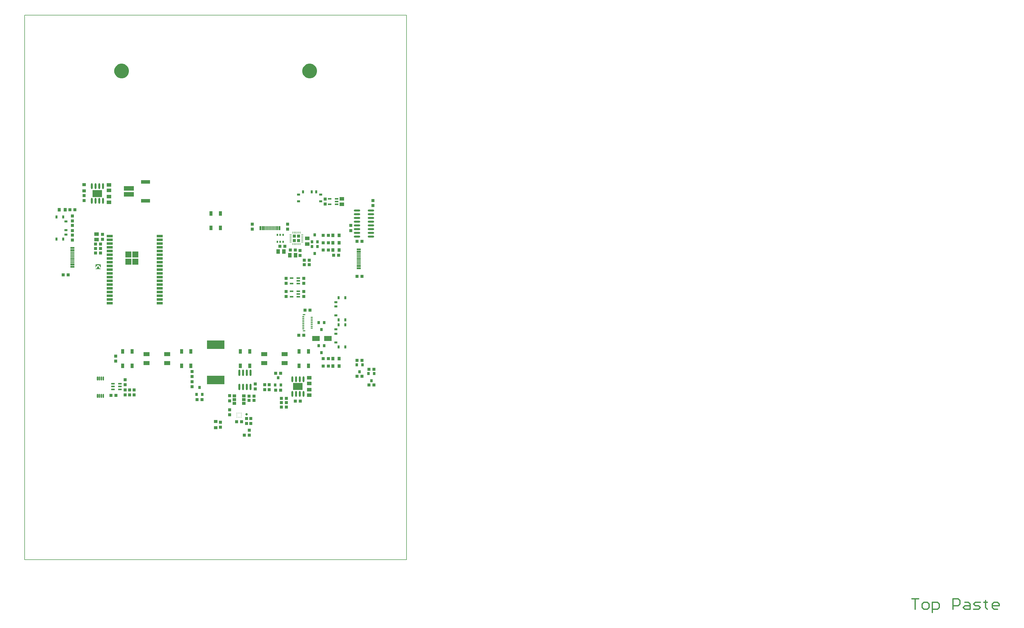
<source format=gtp>
G04*
G04 #@! TF.GenerationSoftware,Altium Limited,Altium Designer,20.0.13 (296)*
G04*
G04 Layer_Color=8421504*
%FSLAX25Y25*%
%MOIN*%
G70*
G01*
G75*
%ADD10C,0.01575*%
%ADD11R,0.03937X0.03937*%
%ADD12R,0.03937X0.03937*%
%ADD13R,0.07874X0.07874*%
%ADD14C,0.00591*%
%ADD15R,0.02559X0.01181*%
%ADD16R,0.03150X0.01181*%
%ADD17R,0.03740X0.01575*%
%ADD18R,0.03347X0.03937*%
%ADD19R,0.03347X0.03937*%
%ADD20R,0.03937X0.05906*%
%ADD21R,0.03937X0.03150*%
%ADD22R,0.02756X0.04331*%
%ADD23R,0.03937X0.04331*%
%ADD24R,0.04528X0.02362*%
%ADD25R,0.05906X0.05118*%
%ADD26O,0.08661X0.02362*%
%ADD27R,0.04331X0.03937*%
%ADD28R,0.05709X0.01181*%
%ADD29R,0.07874X0.05512*%
%ADD30O,0.01772X0.05512*%
%ADD31R,0.05118X0.03937*%
%ADD32R,0.23622X0.11811*%
%ADD33R,0.05000X0.03937*%
%ADD34R,0.00984X0.01083*%
%ADD35R,0.01083X0.00984*%
%ADD36R,0.03937X0.05118*%
%ADD37R,0.03150X0.03937*%
%ADD38R,0.04331X0.02756*%
%ADD39R,0.10236X0.06693*%
%ADD40R,0.05118X0.05906*%
%ADD41R,0.02165X0.03150*%
%ADD42O,0.02953X0.00984*%
%ADD43O,0.00984X0.02953*%
%ADD44R,0.01181X0.05709*%
%ADD45C,0.01968*%
%ADD46R,0.03937X0.01575*%
%ADD47R,0.07874X0.03543*%
%ADD48R,0.13386X0.05906*%
%ADD49R,0.12205X0.04724*%
%ADD50O,0.02362X0.07874*%
%ADD51R,0.12992X0.09488*%
%ADD52C,0.03150*%
%ADD53O,0.02362X0.08661*%
G36*
X128855Y548834D02*
X130647Y548092D01*
X132258Y547015D01*
X133630Y545644D01*
X134707Y544032D01*
X135449Y542241D01*
X135827Y540340D01*
Y539370D01*
Y538401D01*
X135449Y536499D01*
X134707Y534708D01*
X133630Y533096D01*
X132258Y531725D01*
X130647Y530648D01*
X128855Y529906D01*
X126954Y529528D01*
X125015D01*
X123113Y529906D01*
X121322Y530648D01*
X119710Y531725D01*
X118339Y533096D01*
X117262Y534708D01*
X116520Y536499D01*
X116142Y538401D01*
Y539370D01*
Y540340D01*
X116520Y542241D01*
X117262Y544032D01*
X118339Y545644D01*
X119710Y547015D01*
X121322Y548092D01*
X123113Y548834D01*
X125015Y549213D01*
X126954D01*
X128855Y548834D01*
D02*
G37*
G36*
X-123113D02*
X-121322Y548092D01*
X-119710Y547015D01*
X-118339Y545644D01*
X-117262Y544032D01*
X-116520Y542241D01*
X-116142Y540340D01*
Y539370D01*
Y538401D01*
X-116520Y536499D01*
X-117262Y534708D01*
X-118339Y533096D01*
X-119710Y531725D01*
X-121322Y530648D01*
X-123113Y529906D01*
X-125015Y529528D01*
X-126954D01*
X-128855Y529906D01*
X-130646Y530648D01*
X-132258Y531725D01*
X-133629Y533096D01*
X-134706Y534708D01*
X-135449Y536499D01*
X-135827Y538401D01*
Y539370D01*
Y540340D01*
X-135449Y542241D01*
X-134706Y544032D01*
X-133629Y545644D01*
X-132258Y547015D01*
X-130646Y548092D01*
X-128855Y548834D01*
X-126954Y549213D01*
X-125015D01*
X-123113Y548834D01*
D02*
G37*
G36*
X-153938Y278346D02*
X-153938Y275745D01*
X-154121Y275799D01*
X-154443Y276020D01*
X-154681Y276328D01*
X-154738Y276488D01*
X-154824Y276882D01*
X-154825Y276884D01*
X-154825Y276886D01*
X-154832Y276908D01*
X-154839Y276932D01*
X-154839Y276933D01*
X-154840Y276935D01*
X-154850Y276957D01*
X-154859Y276979D01*
X-154860Y276980D01*
X-154861Y276982D01*
X-155261Y277739D01*
X-155271Y277756D01*
X-155281Y277773D01*
X-155285Y277778D01*
X-155288Y277783D01*
X-155300Y277798D01*
X-155312Y277814D01*
X-155316Y277818D01*
X-155320Y277823D01*
X-155335Y277837D01*
X-155349Y277851D01*
X-155990Y278417D01*
X-156006Y278429D01*
X-156021Y278442D01*
X-156026Y278445D01*
X-156031Y278449D01*
X-156048Y278459D01*
X-156065Y278469D01*
X-156070Y278472D01*
X-156076Y278475D01*
X-156094Y278483D01*
X-156112Y278491D01*
X-156913Y278794D01*
X-156931Y278799D01*
X-156950Y278806D01*
X-156956Y278807D01*
X-156962Y278809D01*
X-156981Y278812D01*
X-157001Y278816D01*
X-157007Y278816D01*
X-157013Y278817D01*
X-157033Y278818D01*
X-157052Y278819D01*
X-157908Y278819D01*
X-157928Y278818D01*
X-157948Y278817D01*
X-157954Y278816D01*
X-157960Y278816D01*
X-157979Y278812D01*
X-157999Y278809D01*
X-158004Y278807D01*
X-158010Y278806D01*
X-158029Y278799D01*
X-158048Y278794D01*
X-158849Y278491D01*
X-158866Y278483D01*
X-158885Y278475D01*
X-158890Y278472D01*
X-158896Y278469D01*
X-158912Y278459D01*
X-158929Y278449D01*
X-158934Y278445D01*
X-158940Y278442D01*
X-158955Y278429D01*
X-158970Y278417D01*
X-159612Y277851D01*
X-159626Y277837D01*
X-159640Y277823D01*
X-159644Y277818D01*
X-159648Y277814D01*
X-159660Y277799D01*
X-159673Y277783D01*
X-159676Y277778D01*
X-159680Y277773D01*
X-159690Y277756D01*
X-159700Y277739D01*
X-160100Y276982D01*
X-160100Y276980D01*
X-160101Y276979D01*
X-160111Y276957D01*
X-160121Y276935D01*
X-160121Y276933D01*
X-160122Y276932D01*
X-160129Y276908D01*
X-160135Y276886D01*
X-160136Y276884D01*
X-160136Y276882D01*
X-160222Y276488D01*
X-160280Y276328D01*
X-160518Y276020D01*
X-160840Y275800D01*
X-161023Y275745D01*
X-161023Y278346D01*
Y279920D01*
X-153938D01*
Y278346D01*
D02*
G37*
G36*
X-157190Y277311D02*
X-156665Y277063D01*
X-156297Y276614D01*
X-156157Y276051D01*
X-156214Y275766D01*
X-156215Y275757D01*
X-156217Y275747D01*
X-156219Y275731D01*
X-156221Y275715D01*
X-156221Y275705D01*
X-156221Y275695D01*
X-156221Y275679D01*
X-156221Y275664D01*
X-156219Y275654D01*
X-156219Y275644D01*
X-156216Y275628D01*
X-156214Y275612D01*
X-156211Y275603D01*
X-156210Y275593D01*
X-156205Y275578D01*
X-156201Y275563D01*
X-156197Y275553D01*
X-156194Y275544D01*
X-156187Y275530D01*
X-156181Y275515D01*
X-156176Y275506D01*
X-156172Y275497D01*
X-156001Y275190D01*
X-155988Y275170D01*
X-155975Y275149D01*
X-155974Y275148D01*
X-155973Y275147D01*
X-155957Y275128D01*
X-155942Y275110D01*
X-155458Y274603D01*
X-155447Y274592D01*
X-155437Y274581D01*
X-155428Y274575D01*
X-155420Y274568D01*
X-155408Y274559D01*
X-155396Y274549D01*
X-155387Y274544D01*
X-155378Y274538D01*
X-155365Y274531D01*
X-155352Y274523D01*
X-154727Y274205D01*
X-154713Y274200D01*
X-154700Y274193D01*
X-154690Y274189D01*
X-154680Y274185D01*
X-154665Y274181D01*
X-154651Y274176D01*
X-154640Y274174D01*
X-154630Y274171D01*
X-154615Y274169D01*
X-154600Y274166D01*
X-153906Y274074D01*
X-153900Y274074D01*
X-153900Y273623D01*
X-161023D01*
Y274077D01*
X-161018Y274077D01*
X-160333Y274173D01*
X-160319Y274176D01*
X-160303Y274178D01*
X-160293Y274181D01*
X-160283Y274183D01*
X-160268Y274188D01*
X-160254Y274192D01*
X-160244Y274197D01*
X-160234Y274200D01*
X-160221Y274207D01*
X-160207Y274213D01*
X-159593Y274531D01*
X-159580Y274538D01*
X-159566Y274546D01*
X-159557Y274552D01*
X-159548Y274557D01*
X-159537Y274567D01*
X-159524Y274575D01*
X-159516Y274583D01*
X-159508Y274589D01*
X-159497Y274600D01*
X-159486Y274611D01*
X-159013Y275114D01*
X-158998Y275133D01*
X-158982Y275152D01*
X-158981Y275153D01*
X-158980Y275154D01*
X-158967Y275175D01*
X-158954Y275195D01*
X-158788Y275500D01*
X-158784Y275506D01*
X-158781Y275513D01*
X-158780Y275514D01*
X-158780Y275515D01*
X-158773Y275531D01*
X-158766Y275547D01*
X-158764Y275553D01*
X-158761Y275560D01*
X-158760Y275561D01*
X-158760Y275563D01*
X-158755Y275580D01*
X-158750Y275596D01*
X-158749Y275603D01*
X-158747Y275610D01*
X-158747Y275611D01*
X-158747Y275612D01*
X-158744Y275630D01*
X-158741Y275646D01*
X-158741Y275654D01*
X-158740Y275661D01*
X-158740Y275662D01*
X-158740Y275664D01*
X-158740Y275681D01*
X-158739Y275698D01*
X-158740Y275705D01*
X-158740Y275713D01*
X-158740Y275714D01*
Y275715D01*
X-158742Y275733D01*
X-158744Y275749D01*
X-158745Y275757D01*
X-158746Y275764D01*
X-158747Y275765D01*
X-158747Y275766D01*
X-158804Y276051D01*
X-158663Y276614D01*
X-158295Y277063D01*
X-157771Y277311D01*
X-157190Y277311D01*
D02*
G37*
D10*
X932685Y-168552D02*
X941868D01*
X937276D01*
Y-182327D01*
X948756D02*
X953347D01*
X955643Y-180031D01*
Y-175439D01*
X953347Y-173144D01*
X948756D01*
X946460Y-175439D01*
Y-180031D01*
X948756Y-182327D01*
X960235Y-186919D02*
Y-173144D01*
X967122D01*
X969418Y-175439D01*
Y-180031D01*
X967122Y-182327D01*
X960235D01*
X987785D02*
Y-168552D01*
X994673D01*
X996968Y-170848D01*
Y-175439D01*
X994673Y-177735D01*
X987785D01*
X1003856Y-173144D02*
X1008448D01*
X1010744Y-175439D01*
Y-182327D01*
X1003856D01*
X1001560Y-180031D01*
X1003856Y-177735D01*
X1010744D01*
X1015335Y-182327D02*
X1022223D01*
X1024519Y-180031D01*
X1022223Y-177735D01*
X1017631D01*
X1015335Y-175439D01*
X1017631Y-173144D01*
X1024519D01*
X1031406Y-170848D02*
Y-173144D01*
X1029110D01*
X1033702D01*
X1031406D01*
Y-180031D01*
X1033702Y-182327D01*
X1047477D02*
X1042885D01*
X1040590Y-180031D01*
Y-175439D01*
X1042885Y-173144D01*
X1047477D01*
X1049773Y-175439D01*
Y-177735D01*
X1040590D01*
D11*
X111220Y312008D02*
D03*
X105315Y317914D02*
D03*
X111220D02*
D03*
D12*
X105315Y312008D02*
D03*
D13*
X-116928Y283698D02*
D03*
X-107480D02*
D03*
Y293147D02*
D03*
X-116928D02*
D03*
D14*
X255905Y614173D02*
X255906Y-116142D01*
X-255906D02*
X-255906Y614173D01*
X-255906Y-116142D02*
X255906D01*
X-255906Y614173D02*
X255906D01*
D15*
X128691Y206496D02*
D03*
Y208858D02*
D03*
Y204134D02*
D03*
Y201772D02*
D03*
Y199409D02*
D03*
Y197047D02*
D03*
Y194685D02*
D03*
D16*
X117372Y210039D02*
D03*
Y207677D02*
D03*
Y205315D02*
D03*
Y202953D02*
D03*
Y200591D02*
D03*
Y198228D02*
D03*
Y195866D02*
D03*
Y193504D02*
D03*
D17*
X118455Y212598D02*
D03*
Y190945D02*
D03*
D18*
X141732Y192520D02*
D03*
X145472Y201969D02*
D03*
X-21654Y114961D02*
D03*
X-25394Y105512D02*
D03*
X79921Y118307D02*
D03*
X83661Y127756D02*
D03*
X145472Y170866D02*
D03*
X141732Y161417D02*
D03*
X129134Y310236D02*
D03*
X132874Y319685D02*
D03*
X136614Y303937D02*
D03*
X132874Y294488D02*
D03*
X192913Y135827D02*
D03*
X196653Y145276D02*
D03*
X208661Y124016D02*
D03*
X212402Y133465D02*
D03*
D19*
X137992Y201969D02*
D03*
X-17913Y105512D02*
D03*
X87402Y118307D02*
D03*
X137992Y170866D02*
D03*
X136614Y310236D02*
D03*
X129134Y303937D02*
D03*
X189173Y145276D02*
D03*
X204921Y133465D02*
D03*
D20*
X-6299Y328937D02*
D03*
X6299D02*
D03*
Y348228D02*
D03*
X-6299D02*
D03*
X-45669Y163189D02*
D03*
X-33071D02*
D03*
Y143898D02*
D03*
X-45669D02*
D03*
X-124409D02*
D03*
X-111811D02*
D03*
Y163189D02*
D03*
X-124409D02*
D03*
X111811D02*
D03*
X124409D02*
D03*
Y143898D02*
D03*
X111811D02*
D03*
X33071Y163189D02*
D03*
X45669D02*
D03*
Y143898D02*
D03*
X33071D02*
D03*
D21*
X140748Y373622D02*
D03*
X111221D02*
D03*
Y364567D02*
D03*
X140748D02*
D03*
D22*
X117126Y377165D02*
D03*
X134843D02*
D03*
X128937D02*
D03*
D23*
X146653Y367520D02*
D03*
Y360827D02*
D03*
X210630Y358858D02*
D03*
Y365551D02*
D03*
X181102Y332087D02*
D03*
Y325394D02*
D03*
X-133858Y150197D02*
D03*
Y156889D02*
D03*
X-121063Y118701D02*
D03*
Y125393D02*
D03*
X-121063Y111615D02*
D03*
Y104922D02*
D03*
X-115158D02*
D03*
Y111615D02*
D03*
X-109252Y111614D02*
D03*
Y104921D02*
D03*
X6496Y68307D02*
D03*
Y61614D02*
D03*
X-31496Y136220D02*
D03*
Y129527D02*
D03*
X-31496Y115748D02*
D03*
Y122441D02*
D03*
X18701Y78346D02*
D03*
Y85039D02*
D03*
X18700Y97048D02*
D03*
Y103741D02*
D03*
X45276Y57480D02*
D03*
Y50787D02*
D03*
X41338Y73229D02*
D03*
Y66536D02*
D03*
X47244Y73229D02*
D03*
Y66536D02*
D03*
X65945Y111811D02*
D03*
Y118504D02*
D03*
X53150Y119488D02*
D03*
Y112795D02*
D03*
X71850Y111811D02*
D03*
Y118504D02*
D03*
X94489Y243504D02*
D03*
Y236811D02*
D03*
Y261220D02*
D03*
Y254527D02*
D03*
X118111Y243504D02*
D03*
Y236811D02*
D03*
Y254527D02*
D03*
Y261220D02*
D03*
X113189Y298622D02*
D03*
Y291929D02*
D03*
X49213Y327362D02*
D03*
Y334055D02*
D03*
X96457Y327362D02*
D03*
Y334055D02*
D03*
X-151575Y313582D02*
D03*
Y320275D02*
D03*
X-176181Y372244D02*
D03*
Y365551D02*
D03*
X-191929Y344882D02*
D03*
Y338189D02*
D03*
Y319291D02*
D03*
Y312598D02*
D03*
X-191929Y325394D02*
D03*
Y332087D02*
D03*
D24*
X162106Y360433D02*
D03*
Y364173D02*
D03*
Y367913D02*
D03*
X152854D02*
D03*
Y360433D02*
D03*
X-128248Y119882D02*
D03*
Y112402D02*
D03*
X-137500D02*
D03*
Y116142D02*
D03*
Y119882D02*
D03*
X-128248Y116142D02*
D03*
X110925Y254134D02*
D03*
Y257874D02*
D03*
Y261614D02*
D03*
X101673D02*
D03*
Y254134D02*
D03*
X110925Y236417D02*
D03*
Y240158D02*
D03*
Y243898D02*
D03*
X101673D02*
D03*
Y236417D02*
D03*
D25*
X169291Y360433D02*
D03*
Y367913D02*
D03*
X125545Y104523D02*
D03*
Y112003D02*
D03*
Y127751D02*
D03*
Y120271D02*
D03*
X-142717Y370866D02*
D03*
Y363386D02*
D03*
Y379134D02*
D03*
Y386614D02*
D03*
X122638Y314764D02*
D03*
Y307283D02*
D03*
X-159449Y320669D02*
D03*
Y313189D02*
D03*
D26*
X189370Y352146D02*
D03*
Y347146D02*
D03*
Y342146D02*
D03*
Y337146D02*
D03*
Y322146D02*
D03*
Y327146D02*
D03*
Y332146D02*
D03*
Y317146D02*
D03*
X208268Y322146D02*
D03*
Y317146D02*
D03*
Y327146D02*
D03*
Y332146D02*
D03*
Y337146D02*
D03*
Y342146D02*
D03*
Y352146D02*
D03*
Y347146D02*
D03*
D27*
X189567Y311024D02*
D03*
X196260D02*
D03*
X189567Y263780D02*
D03*
X196260D02*
D03*
X-140158Y104330D02*
D03*
X-133465D02*
D03*
X-25000Y98426D02*
D03*
X-18307D02*
D03*
X44882Y97441D02*
D03*
X51574D02*
D03*
X44882Y103346D02*
D03*
X51574D02*
D03*
X45078Y50787D02*
D03*
X38385D02*
D03*
X80315Y111221D02*
D03*
X87008D02*
D03*
X88189Y88583D02*
D03*
X94882D02*
D03*
X94882Y94488D02*
D03*
X88189D02*
D03*
X94882Y100393D02*
D03*
X88189D02*
D03*
X113583Y96457D02*
D03*
X106890D02*
D03*
X144291Y153543D02*
D03*
X150984D02*
D03*
X144291Y143701D02*
D03*
X150984D02*
D03*
Y299212D02*
D03*
X144291D02*
D03*
X150984Y309055D02*
D03*
X144291D02*
D03*
X150984Y318897D02*
D03*
X144291D02*
D03*
X100000Y299212D02*
D03*
X106693D02*
D03*
X86221Y304134D02*
D03*
X92914D02*
D03*
X-160826Y307087D02*
D03*
X-154133D02*
D03*
Y301181D02*
D03*
X-160826D02*
D03*
Y295276D02*
D03*
X-154133D02*
D03*
X-195078Y353347D02*
D03*
X-188385D02*
D03*
X-204134Y265748D02*
D03*
X-197441D02*
D03*
X196260Y129922D02*
D03*
X189567D02*
D03*
X205315Y118110D02*
D03*
X212008D02*
D03*
X205315Y139370D02*
D03*
X212008D02*
D03*
X189567Y151181D02*
D03*
X196259D02*
D03*
X87008Y133859D02*
D03*
X80315D02*
D03*
X126378Y218504D02*
D03*
X119685D02*
D03*
X118111Y185040D02*
D03*
X111418D02*
D03*
X158071Y292322D02*
D03*
X164763D02*
D03*
X34843Y68898D02*
D03*
X28150D02*
D03*
X125394Y285433D02*
D03*
X118701D02*
D03*
X118701Y279527D02*
D03*
X125393D02*
D03*
D28*
X191742Y277362D02*
D03*
Y278543D02*
D03*
Y280512D02*
D03*
Y282480D02*
D03*
Y284449D02*
D03*
Y286417D02*
D03*
Y288386D02*
D03*
Y290354D02*
D03*
Y292323D02*
D03*
Y294291D02*
D03*
Y296260D02*
D03*
Y297441D02*
D03*
Y300689D02*
D03*
Y299508D02*
D03*
Y275295D02*
D03*
Y274114D02*
D03*
X-191742Y299410D02*
D03*
Y298228D02*
D03*
Y296260D02*
D03*
Y294291D02*
D03*
Y292323D02*
D03*
Y290354D02*
D03*
Y288386D02*
D03*
Y286417D02*
D03*
Y284449D02*
D03*
Y282480D02*
D03*
Y280512D02*
D03*
Y279331D02*
D03*
Y276083D02*
D03*
Y277264D02*
D03*
Y301476D02*
D03*
Y302658D02*
D03*
D29*
X-92520Y159449D02*
D03*
X-64961D02*
D03*
X-92520Y147638D02*
D03*
X-64961D02*
D03*
X64961Y159449D02*
D03*
X92520D02*
D03*
X64961Y147638D02*
D03*
X92520D02*
D03*
D30*
X-158366Y103543D02*
D03*
X-155807D02*
D03*
X-153248D02*
D03*
X-150689D02*
D03*
X-158366Y126772D02*
D03*
X-155807D02*
D03*
X-153248D02*
D03*
X-150689D02*
D03*
D31*
X0Y60827D02*
D03*
Y69095D02*
D03*
X-176181Y378543D02*
D03*
Y386811D02*
D03*
D32*
X0Y125000D02*
D03*
Y172244D02*
D03*
D33*
X25197Y93425D02*
D03*
Y98425D02*
D03*
Y103425D02*
D03*
X37795D02*
D03*
Y98425D02*
D03*
Y93425D02*
D03*
D34*
X34449Y80709D02*
D03*
Y74803D02*
D03*
X32480Y80709D02*
D03*
Y74803D02*
D03*
X30512Y80709D02*
D03*
Y74803D02*
D03*
X28543Y80709D02*
D03*
Y74803D02*
D03*
D35*
X34449Y78740D02*
D03*
Y76772D02*
D03*
X28543Y78740D02*
D03*
Y76772D02*
D03*
D36*
X157283Y143701D02*
D03*
X165551D02*
D03*
Y153543D02*
D03*
X157283D02*
D03*
Y299213D02*
D03*
X165551D02*
D03*
X157283Y309055D02*
D03*
X165551D02*
D03*
Y318898D02*
D03*
X157283D02*
D03*
X-209646Y353346D02*
D03*
X-201378D02*
D03*
D37*
X164764Y198819D02*
D03*
Y169291D02*
D03*
X173819D02*
D03*
Y198819D02*
D03*
X164764Y235236D02*
D03*
Y205709D02*
D03*
X173819D02*
D03*
Y235236D02*
D03*
X-204134Y313976D02*
D03*
Y343504D02*
D03*
X-213189D02*
D03*
Y313976D02*
D03*
D38*
X161221Y175197D02*
D03*
Y192913D02*
D03*
Y187008D02*
D03*
Y211614D02*
D03*
Y229331D02*
D03*
Y223425D02*
D03*
X-200591Y337598D02*
D03*
Y319882D02*
D03*
Y325787D02*
D03*
D39*
X150591Y180709D02*
D03*
X134449D02*
D03*
D40*
X99606Y292323D02*
D03*
X107087D02*
D03*
X83858Y297244D02*
D03*
X91339D02*
D03*
D41*
X82874Y310236D02*
D03*
X86614D02*
D03*
X90354D02*
D03*
Y319685D02*
D03*
X86614D02*
D03*
X82874D02*
D03*
D42*
X116043Y310039D02*
D03*
X100492D02*
D03*
Y319882D02*
D03*
Y317913D02*
D03*
Y315945D02*
D03*
Y313976D02*
D03*
Y312008D02*
D03*
X116043D02*
D03*
Y313976D02*
D03*
Y315945D02*
D03*
Y317913D02*
D03*
Y319882D02*
D03*
D43*
X113189Y307185D02*
D03*
Y322736D02*
D03*
X103347Y307185D02*
D03*
X105315D02*
D03*
X107283D02*
D03*
X109252D02*
D03*
X111221D02*
D03*
Y322736D02*
D03*
X109252D02*
D03*
X107283D02*
D03*
X105315D02*
D03*
X103347D02*
D03*
D44*
X82874Y328553D02*
D03*
X81693D02*
D03*
X79724Y328553D02*
D03*
X77756D02*
D03*
X75787Y328553D02*
D03*
X73819D02*
D03*
X71850D02*
D03*
X69882D02*
D03*
X67913Y328553D02*
D03*
X65945Y328553D02*
D03*
X63976D02*
D03*
X62795D02*
D03*
X59547D02*
D03*
X60728D02*
D03*
X84941D02*
D03*
X86122D02*
D03*
D45*
X-157480Y275590D02*
D03*
D46*
Y279528D02*
D03*
D47*
X-74803Y227953D02*
D03*
Y232953D02*
D03*
Y237953D02*
D03*
Y242953D02*
D03*
Y247945D02*
D03*
Y317945D02*
D03*
Y312945D02*
D03*
Y307945D02*
D03*
Y302945D02*
D03*
Y297945D02*
D03*
Y292945D02*
D03*
Y287945D02*
D03*
Y282945D02*
D03*
Y277945D02*
D03*
Y272945D02*
D03*
Y267945D02*
D03*
Y262945D02*
D03*
Y257945D02*
D03*
Y252945D02*
D03*
X-141732Y247945D02*
D03*
Y242953D02*
D03*
Y237953D02*
D03*
Y232953D02*
D03*
Y227953D02*
D03*
Y252945D02*
D03*
Y257945D02*
D03*
Y262945D02*
D03*
Y267945D02*
D03*
Y272945D02*
D03*
Y277945D02*
D03*
Y282945D02*
D03*
Y287945D02*
D03*
Y292945D02*
D03*
Y297945D02*
D03*
Y302945D02*
D03*
Y307945D02*
D03*
Y312945D02*
D03*
Y317945D02*
D03*
D48*
X-116142Y381890D02*
D03*
Y374016D02*
D03*
D49*
X-93898Y390551D02*
D03*
Y365354D02*
D03*
D50*
X-150965Y384842D02*
D03*
X-155965D02*
D03*
X-160965D02*
D03*
X-165965D02*
D03*
X-150965Y365158D02*
D03*
X-155965D02*
D03*
X-160965D02*
D03*
X-165965D02*
D03*
X102736Y106299D02*
D03*
X107736D02*
D03*
X112736D02*
D03*
X117736D02*
D03*
X102736Y125984D02*
D03*
X107736D02*
D03*
X112736D02*
D03*
X117736D02*
D03*
D51*
X-158464Y375000D02*
D03*
X110237Y116142D02*
D03*
D52*
X41339Y78740D02*
D03*
D53*
X46870Y134449D02*
D03*
X41870D02*
D03*
X36870D02*
D03*
X31870D02*
D03*
X46870Y115551D02*
D03*
X41870D02*
D03*
X36870D02*
D03*
X31870D02*
D03*
M02*

</source>
